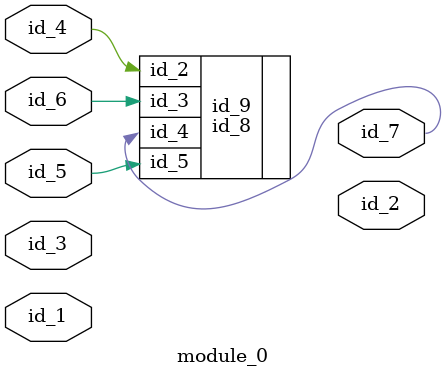
<source format=v>
`define pp_1 0
module module_0 (
    id_1,
    id_2,
    id_3,
    id_4,
    id_5,
    id_6,
    id_7
);
  output id_7;
  input id_6;
  input id_5;
  input id_4;
  input id_3;
  output id_2;
  input id_1;
  id_8 id_9 (
      .id_4(id_7),
      .id_3(id_6),
      .id_5(id_6),
      .id_5(id_5),
      .id_2(id_4)
  );
  id_10 id_11 (
      .id_2(id_9),
      .id_1(id_1)
  );
  id_12 id_13 (
      .id_3(id_1),
      .id_9(id_9),
      .id_7(id_3)
  );
endmodule

</source>
